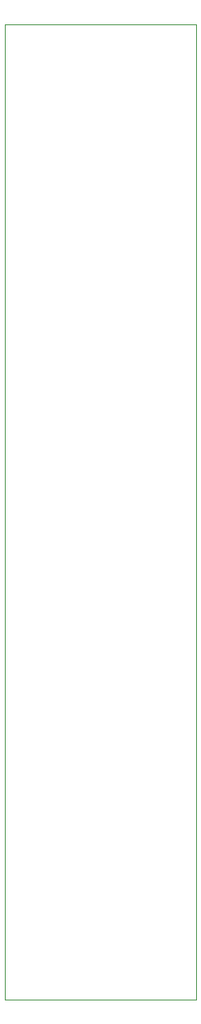
<source format=gbr>
G04 #@! TF.GenerationSoftware,KiCad,Pcbnew,(5.1.10)-1*
G04 #@! TF.CreationDate,2021-05-24T09:12:42+02:00*
G04 #@! TF.ProjectId,4CH Mixer,34434820-4d69-4786-9572-2e6b69636164,rev?*
G04 #@! TF.SameCoordinates,Original*
G04 #@! TF.FileFunction,Profile,NP*
%FSLAX46Y46*%
G04 Gerber Fmt 4.6, Leading zero omitted, Abs format (unit mm)*
G04 Created by KiCad (PCBNEW (5.1.10)-1) date 2021-05-24 09:12:42*
%MOMM*%
%LPD*%
G01*
G04 APERTURE LIST*
G04 #@! TA.AperFunction,Profile*
%ADD10C,0.050000*%
G04 #@! TD*
G04 APERTURE END LIST*
D10*
X0Y-101600000D02*
X0Y0D01*
X20000000Y-101600000D02*
X0Y-101600000D01*
X20000000Y0D02*
X20000000Y-101600000D01*
X0Y0D02*
X20000000Y0D01*
M02*

</source>
